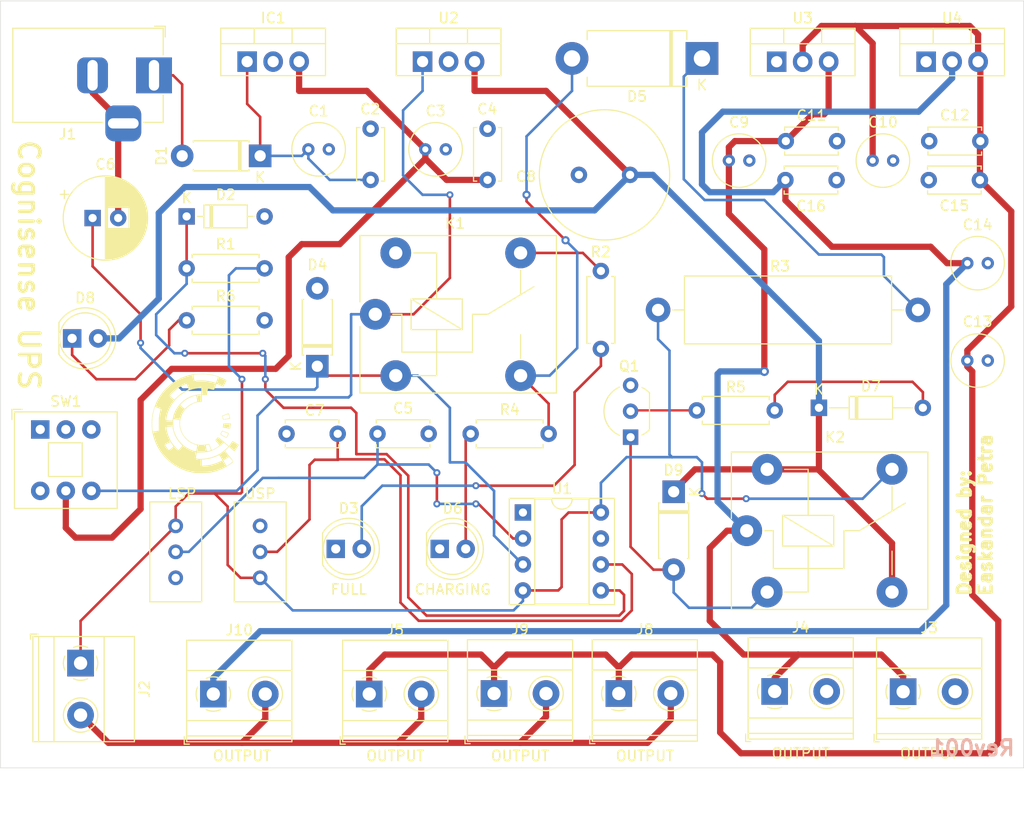
<source format=kicad_pcb>
(kicad_pcb (version 20211014) (generator pcbnew)
  (layers (0 "F.Cu" signal) (31 "B.Cu" signal) (34 "B.Paste" user) (35 "F.Paste" user) (36 "B.SilkS" user "B.Silkscreen") (37 "F.SilkS" user "F.Silkscreen") (38 "B.Mask" user) (39 "F.Mask" user) (44 "Edge.Cuts" user))
  (net 0 "")
  (net 1 "Net-(C1-Pad1)")
  (net 2 "GND")
  (net 3 "+15V")
  (net 4 "Net-(C5-Pad1)")
  (net 5 "Net-(C7-Pad2)")
  (net 6 "+12V")
  (net 7 "12V")
  (net 8 "+5V")
  (net 9 "+3V3")
  (net 10 "Net-(D1-Pad2)")
  (net 11 "Net-(D2-Pad1)")
  (net 12 "Net-(D3-Pad2)")
  (net 13 "Net-(D5-Pad1)")
  (net 14 "Net-(D5-Pad2)")
  (net 15 "Net-(D6-Pad2)")
  (net 16 "Net-(D7-Pad2)")
  (net 17 "Net-(D8-Pad1)")
  (net 18 "Net-(D9-Pad2)")
  (net 19 "Net-(Q1-Pad2)")
  (net 20 "Net-(K1-Pad12)")
  (net 21 "Net-(K1-Pad11)")
  (net 27 "Net-(J2-Pad1)")
  (net 28 "Net-(C6-Pad1)")
  (footprint "Capacitor_THT:C_Radial_D5.0mm_H7.0mm_P2.00mm" (layer "F.Cu") (at 115.205 80.645)
    (fp_text reference "C1")
    (fp_text value "100uF")
  )
  (footprint "Capacitor_THT:C_Disc_D5.0mm_W2.5mm_P5.00mm" (layer "F.Cu") (at 121.285 83.632 90)
    (fp_text reference "C2")
    (fp_text value "0.1uF")
  )
  (footprint "Capacitor_THT:C_Radial_D5.0mm_H7.0mm_P2.00mm" (layer "F.Cu") (at 126.635 80.645)
    (fp_text reference "C3")
    (fp_text value "100uF")
  )
  (footprint "Capacitor_THT:C_Disc_D5.0mm_W2.5mm_P5.00mm" (layer "F.Cu") (at 132.715 83.632 90)
    (fp_text reference "C4")
    (fp_text value "0.1uF")
  )
  (footprint "Capacitor_THT:C_Disc_D5.0mm_W2.5mm_P5.00mm" (layer "F.Cu") (at 121.96 108.458)
    (fp_text reference "C5")
    (fp_text value "10nF")
  )
  (footprint "Capacitor_THT:CP_Radial_D8.0mm_P2.50mm" (layer "F.Cu") (at 94.116 87.36)
    (fp_text reference "C6")
    (fp_text value "220uF")
  )
  (footprint "Capacitor_THT:C_Disc_D5.0mm_W2.5mm_P5.00mm" (layer "F.Cu") (at 113.07 108.458)
    (fp_text reference "C7")
    (fp_text value "10nF")
  )
  (footprint "Capacitor_THT:C_Radial_D12.5mm_H25.0mm_P5.00mm" (layer "F.Cu") (at 146.645 83.14 180)
    (fp_text reference "C8")
    (fp_text value "2200uF")
  )
  (footprint "Capacitor_THT:C_Radial_D5.0mm_H7.0mm_P2.00mm" (layer "F.Cu") (at 156.301 81.743)
    (fp_text reference "C9")
    (fp_text value "100uF")
  )
  (footprint "Capacitor_THT:C_Radial_D5.0mm_H7.0mm_P2.00mm" (layer "F.Cu") (at 170.351 81.743)
    (fp_text reference "C10")
    (fp_text value "100uF")
  )
  (footprint "Capacitor_THT:C_Disc_D5.0mm_W2.5mm_P5.00mm" (layer "F.Cu") (at 161.866 79.838)
    (fp_text reference "C11")
    (fp_text value "0.1uF")
  )
  (footprint "Capacitor_THT:C_Disc_D5.0mm_W2.5mm_P5.00mm" (layer "F.Cu") (at 180.876 79.838 180)
    (fp_text reference "C12")
    (fp_text value "0.1uF")
  )
  (footprint "Capacitor_THT:C_Radial_D5.0mm_H7.0mm_P2.00mm" (layer "F.Cu") (at 179.606 101.301)
    (fp_text reference "C13")
    (fp_text value "100uF")
  )
  (footprint "Capacitor_THT:C_Radial_D5.0mm_H7.0mm_P2.00mm" (layer "F.Cu") (at 179.606 91.776)
    (fp_text reference "C14")
    (fp_text value "100uF")
  )
  (footprint "Capacitor_THT:C_Disc_D5.0mm_W2.5mm_P5.00mm" (layer "F.Cu") (at 180.836 83.648 180)
    (fp_text reference "C15")
    (fp_text value "0.1uF")
  )
  (footprint "Capacitor_THT:C_Disc_D5.0mm_W2.5mm_P5.00mm" (layer "F.Cu") (at 161.826 83.648)
    (fp_text reference "C16")
    (fp_text value "0.1uF")
  )
  (footprint "Diode_THT:D_DO-41_SOD81_P7.62mm_Horizontal" (layer "F.Cu") (at 110.49 81.28 180)
    (fp_text reference "D1")
    (fp_text value "1N4007")
  )
  (footprint "Diode_THT:D_DO-35_SOD27_P7.62mm_Horizontal" (layer "F.Cu") (at 103.306 87.204)
    (fp_text reference "D2")
    (fp_text value "BZX55C6V2")
  )
  (footprint "LED_THT:LED_D5.0mm" (layer "F.Cu") (at 117.879 119.716)
    (fp_text reference "D3")
    (fp_text value "FULL")
  )
  (footprint "Diode_THT:D_DO-41_SOD81_P7.62mm_Horizontal" (layer "F.Cu") (at 116.078 101.854 90)
    (fp_text reference "D4")
    (fp_text value "1N4007")
  )
  (footprint "Diode_THT:D_DO-201AD_P12.70mm_Horizontal" (layer "F.Cu") (at 153.67 71.755 180)
    (fp_text reference "D5")
    (fp_text value "1N5822")
  )
  (footprint "LED_THT:LED_D5.0mm" (layer "F.Cu") (at 128.039 119.716)
    (fp_text reference "D6")
    (fp_text value "CHARGING")
  )
  (footprint "Diode_THT:D_DO-35_SOD27_P10.16mm_Horizontal" (layer "F.Cu") (at 165.1 105.918)
    (fp_text reference "D7")
    (fp_text value "ZD 9.1V")
  )
  (footprint "LED_THT:LED_D5.0mm" (layer "F.Cu") (at 92.116 99.132)
    (fp_text reference "D8")
    (fp_text value "POWER")
  )
  (footprint "Diode_THT:D_DO-41_SOD81_P7.62mm_Horizontal" (layer "F.Cu") (at 150.904 114.128 -90)
    (fp_text reference "D9")
    (fp_text value "1N4007")
  )
  (footprint "Package_TO_SOT_THT:TO-220-3_Vertical" (layer "F.Cu") (at 109.22 72.065)
    (fp_text reference "IC1")
    (fp_text value "LM2940CT-15_NOPB")
  )
  (footprint "Connector_BarrelJack:BarrelJack_Horizontal" (layer "F.Cu") (at 100.116 73.406)
    (fp_text reference "J1")
    (fp_text value "Barrel_Jack_Switch")
  )
  (footprint "TerminalBlock_Phoenix:TerminalBlock_Phoenix_MKDS-1,5-2-5.08_1x02_P5.08mm_Horizontal" (layer "F.Cu") (at 92.941 130.887 -90)
    (fp_text reference "J2")
    (fp_text value "BATTERY")
  )
  (footprint "TerminalBlock_Phoenix:TerminalBlock_Phoenix_MKDS-1,5-2-5.08_1x02_P5.08mm_Horizontal" (layer "F.Cu") (at 173.332 133.681)
    (fp_text reference "J3")
    (fp_text value "OUTPUT")
  )
  (footprint "TerminalBlock_Phoenix:TerminalBlock_Phoenix_MKDS-1,5-2-5.08_1x02_P5.08mm_Horizontal" (layer "F.Cu") (at 160.777 133.655)
    (fp_text reference "J4")
    (fp_text value "OUTPUT")
  )
  (footprint "TerminalBlock_Phoenix:TerminalBlock_Phoenix_MKDS-1,5-2-5.08_1x02_P5.08mm_Horizontal" (layer "F.Cu") (at 145.542 133.858)
    (fp_text reference "J8")
    (fp_text value "OUTPUT")
  )
  (footprint "TerminalBlock_Phoenix:TerminalBlock_Phoenix_MKDS-1,5-2-5.08_1x02_P5.08mm_Horizontal" (layer "F.Cu") (at 133.35 133.858)
    (fp_text reference "J9")
    (fp_text value "OUTPUT")
  )
  (footprint "TerminalBlock_Phoenix:TerminalBlock_Phoenix_MKDS-1,5-2-5.08_1x02_P5.08mm_Horizontal" (layer "F.Cu") (at 105.913 133.909)
    (fp_text reference "J10")
    (fp_text value "OUTPUT")
  )
  (footprint "Relay_THT:Relay_SPDT_Finder_36.11" (layer "F.Cu") (at 121.744 96.774)
    (fp_text reference "K1")
    (fp_text value "12VDC")
  )
  (footprint "Relay_THT:Relay_SPDT_Finder_36.11" (layer "F.Cu") (at 158.045 117.938)
    (fp_text reference "K2")
    (fp_text value "12V")
  )
  (footprint "Package_TO_SOT_THT:TO-92_Inline_Wide" (layer "F.Cu") (at 146.692 108.794 90)
    (fp_text reference "Q1")
    (fp_text value "BC547")
  )
  (footprint "Resistor_THT:R_Axial_DIN0207_L6.3mm_D2.5mm_P7.62mm_Horizontal" (layer "F.Cu") (at 103.306 92.284)
    (fp_text reference "R1")
    (fp_text value "1K")
  )
  (footprint "Resistor_THT:R_Axial_DIN0207_L6.3mm_D2.5mm_P7.62mm_Horizontal" (layer "F.Cu") (at 143.792 92.538 -90)
    (fp_text reference "R2")
    (fp_text value "1K")
  )
  (footprint "Resistor_THT:R_Axial_Power_L20.0mm_W6.4mm_P25.40mm" (layer "F.Cu") (at 174.78 96.348 180)
    (fp_text reference "R3")
    (fp_text value "5W3.3R")
  )
  (footprint "Resistor_THT:R_Axial_DIN0207_L6.3mm_D2.5mm_P7.62mm_Horizontal" (layer "F.Cu") (at 131.064 108.458)
    (fp_text reference "R4")
    (fp_text value "1K")
  )
  (footprint "Resistor_THT:R_Axial_DIN0207_L6.3mm_D2.5mm_P7.62mm_Horizontal" (layer "F.Cu") (at 160.782 106.172 180)
    (fp_text reference "R5")
    (fp_text value "1K")
  )
  (footprint "Resistor_THT:R_Axial_DIN0207_L6.3mm_D2.5mm_P7.62mm_Horizontal" (layer "F.Cu") (at 103.306 97.364)
    (fp_text reference "R6")
    (fp_text value "1K")
  )
  (footprint "Package_DIP:DIP-8_W7.62mm_Socket" (layer "F.Cu") (at 136.172 116.16)
    (fp_text reference "U1")
    (fp_text value "NE555P")
  )
  (footprint "Package_TO_SOT_THT:TO-220-3_Vertical" (layer "F.Cu") (at 126.365 72.065)
    (fp_text reference "U2")
    (fp_text value "LM2940CT-12_NOPB")
  )
  (footprint "Package_TO_SOT_THT:TO-220-3_Vertical" (layer "F.Cu") (at 160.971 72.077)
    (fp_text reference "U3")
    (fp_text value "AMS1117-5.0")
  )
  (footprint "Package_TO_SOT_THT:TO-220-3_Vertical" (layer "F.Cu") (at 175.576 72.077)
    (fp_text reference "U4")
    (fp_text value "AMS1117-3.3")
  )
  (footprint "Button_Switch_THT:SW_Push_2P2T_Toggle_CK_PVA2xxH1xxxxxxV2" (layer "F.Cu") (at 88.9985 108.0385)
    (fp_text reference "SW1")
    (fp_text value "SW_Push_DPDT")
  )
  (footprint "Potentiometer_THT:Potentiometer_Bourns_3296W_Vertical" (layer "F.Cu") (at 110.49 117.465 90)
    (fp_text reference "USP")
    (fp_text value "20K")
  )
  (footprint "Potentiometer_THT:Potentiometer_Bourns_3296W_Vertical" (layer "F.Cu") (at 102.235 117.465 90)
    (fp_text reference "LSP")
    (fp_text value "20K")
  )
  (footprint "TerminalBlock_Phoenix:TerminalBlock_Phoenix_MKDS-1,5-2-5.08_1x02_P5.08mm_Horizontal" (layer "F.Cu") (at 121.153 133.909)
    (fp_text reference "J5")
    (fp_text value "OUTPUT")
  )
  (footprint "SVTmaker:CS_10mm_FSilk" (layer "F.Cu") (at 104.561228 107.482631)
    (fp_text reference "G***" hide)
    (fp_text value "LOGO" hide)
  )
  (gr_line (start 85.116 66.132) (end 85.116 141.132) (layer "Edge.Cuts") (width 0.05))
  (gr_line (start 85.116 141.132) (end 185.116 141.132) (layer "Edge.Cuts") (width 0.05))
  (gr_line (start 185.116 141.132) (end 185.116 66.132) (layer "Edge.Cuts") (width 0.05))
  (gr_line (start 185.116 66.132) (end 85.116 66.132) (layer "Edge.Cuts") (width 0.05))
  (gr_text "Rev001" (at 180.086 139.192) (layer "B.SilkS") (effects (font (size 1.5 1.5) (thickness 0.3)) (justify mirror)))
  (gr_text "Cognisense UPS" (at 87.884 91.948 270) (layer "F.SilkS") (effects (font (size 2 2) (thickness 0.35))))
  (gr_text "Designed by: \nEaskandar Petra" (at 180.34 124.46 90) (layer "F.SilkS") (effects (font (size 1.27 1.27) (thickness 0.3175)) (justify left)))
  (segment (start 110.49 81.28) (end 110.49 77.47) (width 0.25) (layer "F.Cu") (net 1))
  (segment (start 109.22 76.2) (end 109.22 72.065) (width 0.25) (layer "F.Cu") (net 1))
  (segment (start 110.49 77.47) (end 109.22 76.2) (width 0.25) (layer "F.Cu") (net 1))
  (segment (start 121.285 83.632) (end 117.287 83.632) (width 0.25) (layer "B.Cu") (net 1))
  (segment (start 115.205 81.55) (end 115.205 80.645) (width 0.25) (layer "B.Cu") (net 1))
  (segment (start 117.287 83.632) (end 115.205 81.55) (width 0.25) (layer "B.Cu") (net 1))
  (segment (start 110.49 81.28) (end 114.57 81.28) (width 0.25) (layer "B.Cu") (net 1))
  (segment (start 114.57 81.28) (end 115.205 80.645) (width 0.25) (layer "B.Cu") (net 1))
  (segment (start 138.43 136.144) (end 135.89 138.684) (width 0.6096) (layer "F.Cu") (net 2))
  (segment (start 126.233 136.403) (end 123.952 138.684) (width 0.6096) (layer "F.Cu") (net 2))
  (segment (start 150.622 136.398) (end 148.336 138.684) (width 0.6096) (layer "F.Cu") (net 2))
  (segment (start 110.993 136.403) (end 110.993 133.909) (width 0.6096) (layer "F.Cu") (net 2))
  (segment (start 108.712 138.684) (end 110.993 136.403) (width 0.6096) (layer "F.Cu") (net 2))
  (segment (start 126.233 133.909) (end 126.233 136.403) (width 0.6096) (layer "F.Cu") (net 2))
  (segment (start 96.616 87.36) (end 96.616 78.606) (width 0.6096) (layer "F.Cu") (net 2))
  (segment (start 94.116 75.106) (end 97.116 78.106) (width 0.6096) (layer "F.Cu") (net 2))
  (segment (start 135.89 138.684) (end 123.952 138.684) (width 0.6096) (layer "F.Cu") (net 2))
  (segment (start 96.616 78.606) (end 97.116 78.106) (width 0.6096) (layer "F.Cu") (net 2))
  (segment (start 92.941 135.967) (end 95.658 138.684) (width 0.6096) (layer "F.Cu") (net 2))
  (segment (start 148.336 138.684) (end 135.89 138.684) (width 0.6096) (layer "F.Cu") (net 2))
  (segment (start 138.43 133.858) (end 138.43 136.144) (width 0.6096) (layer "F.Cu") (net 2))
  (segment (start 150.622 133.858) (end 150.622 136.398) (width 0.6096) (layer "F.Cu") (net 2))
  (segment (start 94.116 73.406) (end 94.116 75.106) (width 0.6096) (layer "F.Cu") (net 2))
  (segment (start 123.952 138.684) (end 108.712 138.684) (width 0.6096) (layer "F.Cu") (net 2))
  (segment (start 95.658 138.684) (end 108.712 138.684) (width 0.6096) (layer "F.Cu") (net 2))
  (segment (start 120.92 74.93) (end 114.3 74.93) (width 0.6096) (layer "F.Cu") (net 3))
  (segment (start 96.012 118.618) (end 98.806 115.824) (width 0.6096) (layer "F.Cu") (net 3))
  (segment (start 118.269 89.916) (end 126.635 81.55) (width 0.6096) (layer "F.Cu") (net 3))
  (segment (start 98.806 105.156) (end 101.854 102.108) (width 0.6096) (layer "F.Cu") (net 3))
  (segment (start 92.456 118.618) (end 96.012 118.618) (width 0.6096) (layer "F.Cu") (net 3))
  (segment (start 101.854 102.108) (end 112.014 102.108) (width 0.6096) (layer "F.Cu") (net 3))
  (segment (start 114.554 89.916) (end 118.269 89.916) (width 0.6096) (layer "F.Cu") (net 3))
  (segment (start 126.635 81.55) (end 126.635 80.645) (width 0.6096) (layer "F.Cu") (net 3))
  (segment (start 128.717 83.632) (end 126.635 81.55) (width 0.6096) (layer "F.Cu") (net 3))
  (segment (start 91.4985 114.0385) (end 91.4985 117.6605) (width 0.6096) (layer "F.Cu") (net 3))
  (segment (start 113.284 100.838) (end 113.284 91.186) (width 0.6096) (layer "F.Cu") (net 3))
  (segment (start 132.715 83.632) (end 128.717 83.632) (width 0.6096) (layer "F.Cu") (net 3))
  (segment (start 91.4985 117.6605) (end 92.456 118.618) (width 0.6096) (layer "F.Cu") (net 3))
  (segment (start 126.635 80.645) (end 120.92 74.93) (width 0.6096) (layer "F.Cu") (net 3))
  (segment (start 112.014 102.108) (end 113.284 100.838) (width 0.6096) (layer "F.Cu") (net 3))
  (segment (start 98.806 115.824) (end 98.806 105.156) (width 0.6096) (layer "F.Cu") (net 3))
  (segment (start 114.3 74.93) (end 114.3 72.065) (width 0.6096) (layer "F.Cu") (net 3))
  (segment (start 113.284 91.186) (end 114.554 89.916) (width 0.6096) (layer "F.Cu") (net 3))
  (segment (start 131.572 115.316) (end 131.826 115.316) (width 0.254) (layer "F.Cu") (net 4))
  (segment (start 135.21 118.7) (end 136.172 118.7) (width 0.254) (layer "F.Cu") (net 4))
  (segment (start 127.762 112.268) (end 127.762 115.316) (width 0.254) (layer "F.Cu") (net 4))
  (segment (start 131.826 115.316) (end 135.21 118.7) (width 0.254) (layer "F.Cu") (net 4))
  (via (at 127.762 112.268) (size 0.6858) (drill 0.3302) (layers "F.Cu" "B.Cu") (net 4))
  (via (at 127.762 115.316) (size 0.6858) (drill 0.3302) (layers "F.Cu" "B.Cu") (net 4))
  (via (at 131.572 115.316) (size 0.6858) (drill 0.3302) (layers "F.Cu" "B.Cu") (net 4))
  (segment (start 121.96 111.466) (end 126.96 111.466) (width 0.254) (layer "B.Cu") (net 4))
  (segment (start 126.96 111.466) (end 127.762 112.268) (width 0.254) (layer "B.Cu") (net 4))
  (segment (start 110.744 112.776) (end 112.268 112.776) (width 0.25) (layer "B.Cu") (net 4))
  (segment (start 127.762 115.316) (end 131.572 115.316) (width 0.254) (layer "B.Cu") (net 4))
  (segment (start 121.96 111.466) (end 121.96 108.458) (width 0.254) (layer "B.Cu") (net 4))
  (segment (start 120.65 112.776) (end 121.96 111.466) (width 0.254) (layer "B.Cu") (net 4))
  (segment (start 112.268 112.776) (end 120.65 112.776) (width 0.254) (layer "B.Cu") (net 4))
  (segment (start 102.235 120.005) (end 103.515 120.005) (width 0.25) (layer "B.Cu") (net 4))
  (segment (start 103.515 120.005) (end 110.744 112.776) (width 0.25) (layer "B.Cu") (net 4))
  (segment (start 115.316 111.506) (end 115.824 110.998) (width 0.254) (layer "F.Cu") (net 5))
  (segment (start 118.07 110.958) (end 122.642 110.958) (width 0.254) (layer "F.Cu") (net 5))
  (segment (start 124.206 112.522) (end 124.206 124.968) (width 0.254) (layer "F.Cu") (net 5))
  (segment (start 118.11 110.998) (end 118.07 110.958) (width 0.254) (layer "F.Cu") (net 5))
  (segment (start 125.984 126.746) (end 145.796 126.746) (width 0.254) (layer "F.Cu") (net 5))
  (segment (start 145.796 126.746) (end 146.812 125.73) (width 0.254) (layer "F.Cu") (net 5))
  (segment (start 146.812 125.73) (end 146.812 122.174) (width 0.254) (layer "F.Cu") (net 5))
  (segment (start 124.206 124.968) (end 125.984 126.746) (width 0.254) (layer "F.Cu") (net 5))
  (segment (start 112.151 120.005) (end 110.49 120.005) (width 0.254) (layer "F.Cu") (net 5))
  (segment (start 145.878 121.24) (end 143.792 121.24) (width 0.254) (layer "F.Cu") (net 5))
  (segment (start 146.812 122.174) (end 145.878 121.24) (width 0.254) (layer "F.Cu") (net 5))
  (segment (start 122.642 110.958) (end 124.206 112.522) (width 0.254) (layer "F.Cu") (net 5))
  (segment (start 118.07 110.958) (end 118.07 108.458) (width 0.254) (layer "F.Cu") (net 5))
  (segment (start 115.316 116.84) (end 115.316 111.506) (width 0.254) (layer "F.Cu") (net 5))
  (segment (start 115.316 116.84) (end 112.151 120.005) (width 0.254) (layer "F.Cu") (net 5))
  (segment (start 115.824 110.998) (end 118.11 110.998) (width 0.254) (layer "F.Cu") (net 5))
  (segment (start 172.245 123.938) (end 172.245 119.159) (width 0.6096) (layer "F.Cu") (net 6))
  (segment (start 138.435 74.93) (end 131.445 74.93) (width 0.6096) (layer "F.Cu") (net 6))
  (segment (start 165.1 111.862) (end 165.1 105.918) (width 0.6096) (layer "F.Cu") (net 6))
  (segment (start 165.024 111.938) (end 160.045 111.938) (width 0.6096) (layer "F.Cu") (net 6))
  (segment (start 172.245 119.159) (end 165.024 111.938) (width 0.6096) (layer "F.Cu") (net 6))
  (segment (start 152.984 111.938) (end 160.045 111.938) (width 0.6096) (layer "F.Cu") (net 6))
  (segment (start 146.645 83.14) (end 138.435 74.93) (width 0.6096) (layer "F.Cu") (net 6))
  (segment (start 131.445 74.93) (end 131.445 72.065) (width 0.6096) (layer "F.Cu") (net 6))
  (segment (start 150.904 114.128) (end 150.904 114.018) (width 0.6096) (layer "F.Cu") (net 6))
  (segment (start 165.024 111.938) (end 165.1 111.862) (width 0.6096) (layer "F.Cu") (net 6))
  (segment (start 150.904 114.018) (end 152.984 111.938) (width 0.6096) (layer "F.Cu") (net 6))
  (segment (start 165.1 105.918) (end 165.1 99.368) (width 0.6096) (layer "B.Cu") (net 6))
  (segment (start 100.584 95.25) (end 100.584 86.868) (width 0.6096) (layer "B.Cu") (net 6))
  (segment (start 100.584 86.868) (end 103.124 84.328) (width 0.6096) (layer "B.Cu") (net 6))
  (segment (start 117.602 86.614) (end 143.171 86.614) (width 0.6096) (layer "B.Cu") (net 6))
  (segment (start 115.316 84.328) (end 117.602 86.614) (width 0.6096) (layer "B.Cu") (net 6))
  (segment (start 103.124 84.328) (end 115.316 84.328) (width 0.6096) (layer "B.Cu") (net 6))
  (segment (start 143.171 86.614) (end 146.645 83.14) (width 0.6096) (layer "B.Cu") (net 6))
  (segment (start 165.1 99.368) (end 148.872 83.14) (width 0.6096) (layer "B.Cu") (net 6))
  (segment (start 96.702 99.132) (end 100.584 95.25) (width 0.6096) (layer "B.Cu") (net 6))
  (segment (start 148.872 83.14) (end 146.645 83.14) (width 0.6096) (layer "B.Cu") (net 6))
  (segment (start 94.656 99.132) (end 96.702 99.132) (width 0.6096) (layer "B.Cu") (net 6))
  (segment (start 166.051 76.773) (end 166.051 72.077) (width 0.6096) (layer "F.Cu") (net 7))
  (segment (start 156.128 117.938) (end 158.045 117.938) (width 0.6096) (layer "F.Cu") (net 7))
  (segment (start 164.488 77.216) (end 165.608 77.216) (width 0.6096) (layer "F.Cu") (net 7))
  (segment (start 159.766 90.424) (end 156.301 86.959) (width 0.6096) (layer "F.Cu") (net 7))
  (segment (start 173.332 132.184) (end 173.332 133.681) (width 0.6096) (layer "F.Cu") (net 7))
  (segment (start 156.301 86.959) (end 156.301 81.743) (width 0.6096) (layer "F.Cu") (net 7))
  (segment (start 154.432 126.746) (end 154.432 119.634) (width 0.6096) (layer "F.Cu") (net 7))
  (segment (start 161.866 79.838) (end 164.488 77.216) (width 0.6096) (layer "F.Cu") (net 7))
  (segment (start 165.608 77.216) (end 166.051 76.773) (width 0.6096) (layer "F.Cu") (net 7))
  (segment (start 159.766 102.362) (end 159.766 90.424) (width 0.6096) (layer "F.Cu") (net 7))
  (segment (start 154.432 119.634) (end 156.128 117.938) (width 0.6096) (layer "F.Cu") (net 7))
  (segment (start 160.777 133.655) (end 160.777 132.339) (width 0.6096) (layer "F.Cu") (net 7))
  (segment (start 156.301 81.743) (end 156.301 80.427) (width 0.6096) (layer "F.Cu") (net 7))
  (segment (start 157.734 130.048) (end 154.432 126.746) (width 0.6096) (layer "F.Cu") (net 7))
  (segment (start 163.068 130.048) (end 157.734 130.048) (width 0.6096) (layer "F.Cu") (net 7))
  (segment (start 156.89 79.838) (end 161.866 79.838) (width 0.6096) (layer "F.Cu") (net 7))
  (segment (start 156.301 80.427) (end 156.89 79.838) (width 0.6096) (layer "F.Cu") (net 7))
  (segment (start 163.068 130.048) (end 171.196 130.048) (width 0.6096) (layer "F.Cu") (net 7))
  (segment (start 160.777 132.339) (end 163.068 130.048) (width 0.6096) (layer "F.Cu") (net 7))
  (segment (start 171.196 130.048) (end 173.332 132.184) (width 0.6096) (layer "F.Cu") (net 7))
  (via (at 159.766 102.362) (size 0.889) (drill 0.4572) (layers "F.Cu" "B.Cu") (net 7))
  (segment (start 158.045 117.938) (end 155.194 115.087) (width 0.6096) (layer "B.Cu") (net 7))
  (segment (start 155.448 102.362) (end 159.766 102.362) (width 0.6096) (layer "B.Cu") (net 7))
  (segment (start 155.194 115.087) (end 155.194 102.616) (width 0.6096) (layer "B.Cu") (net 7))
  (segment (start 155.194 102.616) (end 155.448 102.362) (width 0.6096) (layer "B.Cu") (net 7))
  (segment (start 163.511 72.077) (end 163.511 70.423) (width 0.6096) (layer "F.Cu") (net 8))
  (segment (start 163.511 70.423) (end 165.354 68.58) (width 0.6096) (layer "F.Cu") (net 8))
  (segment (start 183.896 86.708) (end 180.836 83.648) (width 0.6096) (layer "F.Cu") (net 8))
  (segment (start 165.354 68.58) (end 168.656 68.58) (width 0.6096) (layer "F.Cu") (net 8))
  (segment (start 155.448 137.668) (end 157.48 139.7) (width 0.6096) (layer "F.Cu") (net 8))
  (segment (start 132.08 130.048) (end 133.35 131.318) (width 0.6096) (layer "F.Cu") (net 8))
  (segment (start 133.35 131.318) (end 133.35 133.858) (width 0.6096) (layer "F.Cu") (net 8))
  (segment (start 180.876 79.838) (end 180.876 72.297) (width 0.6096) (layer "F.Cu") (net 8))
  (segment (start 133.35 131.318) (end 134.62 130.048) (width 0.6096) (layer "F.Cu") (net 8))
  (segment (start 170.351 70.275) (end 170.351 81.743) (width 0.6096) (layer "F.Cu") (net 8))
  (segment (start 154.686 130.048) (end 155.448 130.81) (width 0.6096) (layer "F.Cu") (net 8))
  (segment (start 179.606 101.301) (end 179.606 100.302) (width 0.6096) (layer "F.Cu") (net 8))
  (segment (start 155.448 130.81) (end 155.448 137.668) (width 0.6096) (layer "F.Cu") (net 8))
  (segment (start 181.61 139.7) (end 182.626 138.684) (width 0.6096) (layer "F.Cu") (net 8))
  (segment (start 179.606 100.302) (end 183.896 96.012) (width 0.6096) (layer "F.Cu") (net 8))
  (segment (start 168.656 68.58) (end 179.832 68.58) (width 0.6096) (layer "F.Cu") (net 8))
  (segment (start 145.542 131.318) (end 145.542 133.858) (width 0.6096) (layer "F.Cu") (net 8))
  (segment (start 180.836 79.878) (end 180.876 79.838) (width 0.6096) (layer "F.Cu") (net 8))
  (segment (start 180.876 72.297) (end 180.656 72.077) (width 0.6096) (layer "F.Cu") (net 8))
  (segment (start 122.682 130.048) (end 132.08 130.048) (width 0.6096) (layer "F.Cu") (net 8))
  (segment (start 180.656 69.404) (end 180.656 72.077) (width 0.6096) (layer "F.Cu") (net 8))
  (segment (start 182.626 126.746) (end 180.086 124.206) (width 0.6096) (layer "F.Cu") (net 8))
  (segment (start 144.272 130.048) (end 145.542 131.318) (width 0.6096) (layer "F.Cu") (net 8))
  (segment (start 179.832 68.58) (end 180.656 69.404) (width 0.6096) (layer "F.Cu") (net 8))
  (segment (start 168.656 68.58) (end 170.351 70.275) (width 0.6096) (layer "F.Cu") (net 8))
  (segment (start 134.62 130.048) (end 144.272 130.048) (width 0.6096) (layer "F.Cu") (net 8))
  (segment (start 180.086 102.362) (end 179.606 101.882) (width 0.6096) (layer "F.Cu") (net 8))
  (segment (start 180.086 124.206) (end 180.086 102.362) (width 0.6096) (layer "F.Cu") (net 8))
  (segment (start 157.48 139.7) (end 181.61 139.7) (width 0.6096) (layer "F.Cu") (net 8))
  (segment (start 180.836 83.648) (end 180.836 79.878) (width 0.6096) (layer "F.Cu") (net 8))
  (segment (start 183.896 96.012) (end 183.896 86.708) (width 0.6096) (layer "F.Cu") (net 8))
  (segment (start 121.153 133.909) (end 121.153 131.577) (width 0.6096) (layer "F.Cu") (net 8))
  (segment (start 182.626 138.684) (end 182.626 126.746) (width 0.6096) (layer "F.Cu") (net 8))
  (segment (start 179.606 101.882) (end 179.606 101.301) (width 0.6096) (layer "F.Cu") (net 8))
  (segment (start 121.153 131.577) (end 122.682 130.048) (width 0.6096) (layer "F.Cu") (net 8))
  (segment (start 146.812 130.048) (end 154.686 130.048) (width 0.6096) (layer "F.Cu") (net 8))
  (segment (start 145.542 131.318) (end 146.812 130.048) (width 0.6096) (layer "F.Cu") (net 8))
  (segment (start 161.826 85.626) (end 166.37 90.17) (width 0.6096) (layer "F.Cu") (net 9))
  (segment (start 177.628 91.776) (end 179.606 91.776) (width 0.6096) (layer "F.Cu") (net 9))
  (segment (start 176.022 90.17) (end 177.628 91.776) (width 0.6096) (layer "F.Cu") (net 9))
  (segment (start 161.826 83.648) (end 161.826 85.626) (width 0.6096) (layer "F.Cu") (net 9))
  (segment (start 166.37 90.17) (end 176.022 90.17) (width 0.6096) (layer "F.Cu") (net 9))
  (segment (start 153.67 84.074) (end 154.432 84.836) (width 0.6096) (layer "B.Cu") (net 9))
  (segment (start 110.49 127.762) (end 175.006 127.762) (width 0.6096) (layer "B.Cu") (net 9))
  (segment (start 105.913 133.909) (end 105.913 132.339) (width 0.6096) (layer "B.Cu") (net 9))
  (segment (start 178.116 73.6866) (end 174.8406 76.962) (width 0.6096) (layer "B.Cu") (net 9))
  (segment (start 175.006 127.762) (end 177.546 125.222) (width 0.6096) (layer "B.Cu") (net 9))
  (segment (start 160.638 84.836) (end 161.826 83.648) (width 0.6096) (layer "B.Cu") (net 9))
  (segment (start 177.546 93.836) (end 179.606 91.776) (width 0.6096) (layer "B.Cu") (net 9))
  (segment (start 174.8406 76.962) (end 155.702 76.962) (width 0.6096) (layer "B.Cu") (net 9))
  (segment (start 153.67 78.994) (end 153.67 84.074) (width 0.6096) (layer "B.Cu") (net 9))
  (segment (start 155.702 76.962) (end 153.67 78.994) (width 0.6096) (layer "B.Cu") (net 9))
  (segment (start 105.913 132.339) (end 110.49 127.762) (width 0.6096) (layer "B.Cu") (net 9))
  (segment (start 154.432 84.836) (end 160.638 84.836) (width 0.6096) (layer "B.Cu") (net 9))
  (segment (start 178.116 72.077) (end 178.116 73.6866) (width 0.6096) (layer "B.Cu") (net 9))
  (segment (start 177.546 125.222) (end 177.546 93.836) (width 0.6096) (layer "B.Cu") (net 9))
  (segment (start 100.116 73.406) (end 101.981 73.406) (width 0.25) (layer "F.Cu") (net 10))
  (segment (start 101.981 73.406) (end 102.87 74.295) (width 0.25) (layer "F.Cu") (net 10))
  (segment (start 102.87 74.295) (end 102.87 81.28) (width 0.25) (layer "F.Cu") (net 10))
  (segment (start 146.05 125.774258) (end 145.945129 125.879129) (width 0.254) (layer "F.Cu") (net 11))
  (segment (start 119.888 110.45048) (end 119.888 106.426) (width 0.254) (layer "F.Cu") (net 11))
  (segment (start 119.38 105.918) (end 112.776 105.918) (width 0.254) (layer "F.Cu") (net 11))
  (segment (start 110.998 104.14) (end 110.998 103.124) (width 0.254) (layer "F.Cu") (net 11))
  (segment (start 122.852222 110.45048) (end 119.888 110.45048) (width 0.254) (layer "F.Cu") (net 11))
  (segment (start 119.888 106.426) (end 119.38 105.918) (width 0.254) (layer "F.Cu") (net 11))
  (segment (start 145.624 123.78) (end 146.05 124.206) (width 0.254) (layer "F.Cu") (net 11))
  (segment (start 143.792 123.78) (end 145.624 123.78) (width 0.254) (layer "F.Cu") (net 11))
  (segment (start 146.05 124.206) (end 146.05 125.774258) (width 0.254) (layer "F.Cu") (net 11))
  (segment (start 103.306 92.284) (end 103.306 87.204) (width 0.254) (layer "F.Cu") (net 11))
  (segment (start 112.776 105.918) (end 110.998 104.14) (width 0.254) (layer "F.Cu") (net 11))
  (segment (start 145.945129 125.879129) (end 145.586258 126.238) (width 0.254) (layer "F.Cu") (net 11))
  (segment (start 110.744 100.584) (end 103.124 100.584) (width 0.254) (layer "F.Cu") (net 11))
  (segment (start 124.968 112.566258) (end 122.852222 110.45048) (width 0.254) (layer "F.Cu") (net 11))
  (segment (start 145.586258 126.238) (end 126.746 126.238) (width 0.254) (layer "F.Cu") (net 11))
  (segment (start 126.746 126.238) (end 124.968 124.46) (width 0.254) (layer "F.Cu") (net 11))
  (segment (start 124.968 124.46) (end 124.968 112.566258) (width 0.254) (layer "F.Cu") (net 11))
  (via (at 110.744 100.584) (size 0.6858) (drill 0.3302) (layers "F.Cu" "B.Cu") (net 11))
  (via (at 103.124 100.584) (size 0.6858) (drill 0.3302) (layers "F.Cu" "B.Cu") (net 11))
  (via (at 110.998 103.124) (size 0.6858) (drill 0.3302) (layers "F.Cu" "B.Cu") (net 11))
  (segment (start 102.108 100.584) (end 100.33 98.806) (width 0.254) (layer "B.Cu") (net 11))
  (segment (start 100.33 98.806) (end 100.33 96.774) (width 0.254) (layer "B.Cu") (net 11))
  (segment (start 103.124 100.584) (end 102.108 100.584) (width 0.254) (layer "B.Cu") (net 11))
  (segment (start 110.998 103.124) (end 110.998 100.838) (width 0.254) (layer "B.Cu") (net 11))
  (segment (start 103.306 93.798) (end 103.306 92.284) (width 0.254) (layer "B.Cu") (net 11))
  (segment (start 110.998 100.838) (end 110.744 100.584) (width 0.254) (layer "B.Cu") (net 11))
  (segment (start 100.33 96.774) (end 103.306 93.798) (width 0.254) (layer "B.Cu") (net 11))
  (segment (start 141.478 104.14) (end 141.224 104.394) (width 0.254) (layer "F.Cu") (net 12))
  (segment (start 139.192 113.538) (end 131.572 113.538) (width 0.254) (layer "F.Cu") (net 12))
  (segment (start 143.792 100.158) (end 143.792 101.826) (width 0.254) (layer "F.Cu") (net 12))
  (segment (start 141.224 111.506) (end 139.192 113.538) (width 0.254) (layer "F.Cu") (net 12))
  (segment (start 141.224 104.394) (end 141.224 111.506) (width 0.254) (layer "F.Cu") (net 12))
  (segment (start 143.792 101.826) (end 141.478 104.14) (width 0.254) (layer "F.Cu") (net 12))
  (via (at 131.572 113.538) (size 0.6858) (drill 0.3302) (layers "F.Cu" "B.Cu") (net 12))
  (segment (start 131.572 113.538) (end 122.428 113.538) (width 0.254) (layer "B.Cu") (net 12))
  (segment (start 120.419 115.547) (end 120.419 119.716) (width 0.254) (layer "B.Cu") (net 12))
  (segment (start 122.428 113.538) (end 120.419 115.547) (width 0.254) (layer "B.Cu") (net 12))
  (segment (start 151.892 83.566) (end 151.892 73.533) (width 0.254) (layer "B.Cu") (net 13))
  (segment (start 151.892 73.533) (end 153.67 71.755) (width 0.254) (layer "B.Cu") (net 13))
  (segment (start 171.45 93.018) (end 171.45 91.186) (width 0.254) (layer "B.Cu") (net 13))
  (segment (start 153.924 85.598) (end 151.892 83.566) (width 0.254) (layer "B.Cu") (net 13))
  (segment (start 174.78 96.348) (end 171.45 93.018) (width 0.254) (layer "B.Cu") (net 13))
  (segment (start 159.766 85.598) (end 153.924 85.598) (width 0.254) (layer "B.Cu") (net 13))
  (segment (start 171.196 90.932) (end 165.1 90.932) (width 0.254) (layer "B.Cu") (net 13))
  (segment (start 171.45 91.186) (end 171.196 90.932) (width 0.254) (layer "B.Cu") (net 13))
  (segment (start 165.1 90.932) (end 159.766 85.598) (width 0.254) (layer "B.Cu") (net 13))
  (segment (start 136.525 85.725) (end 139.065 88.265) (width 0.25) (layer "F.Cu") (net 14))
  (segment (start 138.684 105.514) (end 135.944 102.774) (width 0.254) (layer "F.Cu") (net 14))
  (segment (start 139.065 88.265) (end 140.335 89.535) (width 0.25) (layer "F.Cu") (net 14))
  (segment (start 138.684 108.458) (end 138.684 105.514) (width 0.254) (layer "F.Cu") (net 14))
  (segment (start 136.525 85.09) (end 136.525 85.725) (width 0.25) (layer "F.Cu") (net 14))
  (via (at 136.525 85.09) (size 0.8) (drill 0.4) (layers "F.Cu" "B.Cu") (net 14))
  (via (at 140.335 89.535) (size 0.8) (drill 0.4) (layers "F.Cu" "B.Cu") (net 14))
  (segment (start 140.97 74.93) (end 136.525 79.375) (width 0.25) (layer "B.Cu") (net 14))
  (segment (start 138.78 102.774) (end 141.478 100.076) (width 0.254) (layer "B.Cu") (net 14))
  (segment (start 135.944 102.774) (end 138.78 102.774) (width 0.254) (layer "B.Cu") (net 14))
  (segment (start 140.97 71.755) (end 140.97 74.93) (width 0.25) (layer "B.Cu") (net 14))
  (segment (start 141.478 90.678) (end 141.478 100.076) (width 0.25) (layer "B.Cu") (net 14))
  (segment (start 136.525 79.375) (end 136.525 85.09) (width 0.25) (layer "B.Cu") (net 14))
  (segment (start 140.335 89.535) (end 141.478 90.678) (width 0.25) (layer "B.Cu") (net 14))
  (segment (start 130.579 119.716) (end 130.579 108.943) (width 0.254) (layer "F.Cu") (net 15))
  (segment (start 130.579 108.943) (end 131.064 108.458) (width 0.254) (layer "F.Cu") (net 15))
  (segment (start 175.26 105.918) (end 175.26 104.394) (width 0.254) (layer "F.Cu") (net 16))
  (segment (start 174.244 103.378) (end 162.052 103.378) (width 0.254) (layer "F.Cu") (net 16))
  (segment (start 160.782 104.648) (end 160.782 106.172) (width 0.254) (layer "F.Cu") (net 16))
  (segment (start 175.26 104.394) (end 174.244 103.378) (width 0.254) (layer "F.Cu") (net 16))
  (segment (start 162.052 103.378) (end 160.782 104.648) (width 0.254) (layer "F.Cu") (net 16))
  (segment (start 92.116 100.752) (end 94.488 103.124) (width 0.254) (layer "F.Cu") (net 17))
  (segment (start 101.6 98.298) (end 102.534 97.364) (width 0.254) (layer "F.Cu") (net 17))
  (segment (start 92.116 99.132) (end 92.116 100.752) (width 0.254) (layer "F.Cu") (net 17))
  (segment (start 101.6 99.822) (end 101.6 98.298) (width 0.254) (layer "F.Cu") (net 17))
  (segment (start 102.534 97.364) (end 103.306 97.364) (width 0.254) (layer "F.Cu") (net 17))
  (segment (start 98.298 103.124) (end 101.6 99.822) (width 0.254) (layer "F.Cu") (net 17))
  (segment (start 94.488 103.124) (end 98.298 103.124) (width 0.254) (layer "F.Cu") (net 17))
  (segment (start 146.692 119.514) (end 146.692 108.794) (width 0.254) (layer "F.Cu") (net 18))
  (segment (start 146.692 119.514) (end 148.926 121.748) (width 0.254) (layer "F.Cu") (net 18))
  (segment (start 148.926 121.748) (end 150.904 121.748) (width 0.254) (layer "F.Cu") (net 18))
  (segment (start 160.045 123.938) (end 158.507 125.476) (width 0.254) (layer "B.Cu") (net 18))
  (segment (start 150.904 123.98) (end 150.904 121.748) (width 0.254) (layer "B.Cu") (net 18))
  (segment (start 152.4 125.476) (end 150.904 123.98) (width 0.254) (layer "B.Cu") (net 18))
  (segment (start 158.507 125.476) (end 152.4 125.476) (width 0.254) (layer "B.Cu") (net 18))
  (segment (start 146.774 106.172) (end 146.692 106.254) (width 0.22) (layer "F.Cu") (net 19))
  (segment (start 153.162 106.172) (end 146.774 106.172) (width 0.22) (layer "F.Cu") (net 19))
  (segment (start 135.944 90.774) (end 142.028 90.774) (width 0.254) (layer "F.Cu") (net 20))
  (segment (start 142.028 90.774) (end 143.792 92.538) (width 0.254) (layer "F.Cu") (net 20))
  (segment (start 121.744 96.774) (end 125.476 96.774) (width 0.254) (layer "F.Cu") (net 21))
  (segment (start 129.032 93.218) (end 129.032 85.09) (width 0.254) (layer "F.Cu") (net 21))
  (segment (start 125.476 96.774) (end 129.032 93.218) (width 0.254) (layer "F.Cu") (net 21))
  (via (at 129.032 85.09) (size 0.6858) (drill 0.3302) (layers "F.Cu" "B.Cu") (net 21))
  (segment (start 93.9985 114.0385) (end 108.2115 114.0385) (width 0.254) (layer "B.Cu") (net 21))
  (segment (start 126.365 74.93) (end 124.46 76.835) (width 0.25) (layer "B.Cu") (net 21))
  (segment (start 124.46 83.185) (end 126.365 85.09) (width 0.25) (layer "B.Cu") (net 21))
  (segment (start 124.46 76.835) (end 124.46 83.185) (width 0.25) (layer "B.Cu") (net 21))
  (segment (start 110.236 112.014) (end 110.236 106.68) (width 0.254) (layer "B.Cu") (net 21))
  (segment (start 112.014 104.902) (end 119.126 104.902) (width 0.254) (layer "B.Cu") (net 21))
  (segment (start 108.2115 114.0385) (end 110.236 112.014) (width 0.254) (layer "B.Cu") (net 21))
  (segment (start 119.38 104.648) (end 119.38 96.774) (width 0.254) (layer "B.Cu") (net 21))
  (segment (start 110.236 106.68) (end 112.014 104.902) (width 0.254) (layer "B.Cu") (net 21))
  (segment (start 119.38 96.774) (end 121.744 96.774) (width 0.254) (layer "B.Cu") (net 21))
  (segment (start 126.365 85.09) (end 129.032 85.09) (width 0.25) (layer "B.Cu") (net 21))
  (segment (start 119.126 104.902) (end 119.38 104.648) (width 0.254) (layer "B.Cu") (net 21))
  (segment (start 126.365 72.065) (end 126.365 74.93) (width 0.25) (layer "B.Cu") (net 21))
  (segment (start 92.941 130.887) (end 92.941 126.759) (width 0.25) (layer "F.Cu") (net 27))
  (segment (start 140.634 116.16) (end 143.792 116.16) (width 0.254) (layer "F.Cu") (net 27))
  (segment (start 108.585 114.3) (end 108.712 114.173) (width 0.25) (layer "F.Cu") (net 27))
  (segment (start 108.712 114.173) (end 108.712 113.772) (width 0.25) (layer "F.Cu") (net 27))
  (segment (start 108.712 103.124) (end 108.712 113.772) (width 0.254) (layer "F.Cu") (net 27))
  (segment (start 139.954 123.444) (end 139.954 116.84) (width 0.254) (layer "F.Cu") (net 27))
  (segment (start 139.618 123.78) (end 139.954 123.444) (width 0.254) (layer "F.Cu") (net 27))
  (segment (start 157.988 114.808) (end 154.178 114.808) (width 0.254) (layer "F.Cu") (net 27))
  (segment (start 108.575 122.545) (end 110.49 122.545) (width 0.25) (layer "F.Cu") (net 27))
  (segment (start 106.045 114.3) (end 108.585 114.3) (width 0.25) (layer "F.Cu") (net 27))
  (segment (start 107.315 121.285) (end 108.575 122.545) (width 0.25) (layer "F.Cu") (net 27))
  (segment (start 136.172 123.78) (end 139.618 123.78) (width 0.254) (layer "F.Cu") (net 27))
  (segment (start 107.315 115.57) (end 107.315 121.285) (width 0.25) (layer "F.Cu") (net 27))
  (segment (start 139.954 116.84) (end 140.634 116.16) (width 0.254) (layer "F.Cu") (net 27))
  (segment (start 92.941 126.759) (end 102.235 117.465) (width 0.25) (layer "F.Cu") (net 27))
  (segment (start 154.178 114.808) (end 153.67 114.3) (width 0.254) (layer "F.Cu") (net 27))
  (segment (start 103.505 114.3) (end 106.045 114.3) (width 0.25) (layer "F.Cu") (net 27))
  (segment (start 102.235 115.57) (end 103.505 114.3) (width 0.25) (layer "F.Cu") (net 27))
  (segment (start 102.235 117.465) (end 102.235 115.57) (width 0.25) (layer "F.Cu") (net 27))
  (segment (start 106.045 114.3) (end 107.315 115.57) (width 0.25) (layer "F.Cu") (net 27))
  (via (at 153.67 114.3) (size 0.6858) (drill 0.3302) (layers "F.Cu" "B.Cu") (net 27))
  (via (at 157.988 114.808) (size 0.6858) (drill 0.3302) (layers "F.Cu" "B.Cu") (net 27))
  (via (at 108.712 103.124) (size 0.6858) (drill 0.3302) (layers "F.Cu" "B.Cu") (net 27))
  (segment (start 110.49 122.545) (end 113.675 125.73) (width 0.25) (layer "B.Cu") (net 27))
  (segment (start 143.792 113.256) (end 143.792 116.16) (width 0.254) (layer "B.Cu") (net 27))
  (segment (start 135.255 125.73) (end 136.172 124.813) (width 0.25) (layer "B.Cu") (net 27))
  (segment (start 150.495 110.49) (end 150.749 110.744) (width 0.25) (layer "B.Cu") (net 27))
  (segment (start 153.162 110.744) (end 150.749 110.744) (width 0.254) (layer "B.Cu") (net 27))
  (segment (start 107.442 92.964) (end 107.442 101.854) (width 0.254) (layer "B.Cu") (net 27))
  (segment (start 149.38 96.348) (end 149.38 99.215) (width 0.25) (layer "B.Cu") (net 27))
  (segment (start 150.495 100.33) (end 150.495 110.49) (width 0.25) (layer "B.Cu") (net 27))
  (segment (start 113.675 125.73) (end 135.255 125.73) (width 0.25) (layer "B.Cu") (net 27))
  (segment (start 149.38 99.215) (end 150.495 100.33) (width 0.25) (layer "B.Cu") (net 27))
  (segment (start 153.67 111.252) (end 153.162 110.744) (width 0.254) (layer "B.Cu") (net 27))
  (segment (start 110.926 92.284) (end 108.122 92.284) (width 0.254) (layer "B.Cu") (net 27))
  (segment (start 146.304 110.744) (end 143.792 113.256) (width 0.254) (layer "B.Cu") (net 27))
  (segment (start 169.375 114.808) (end 172.245 111.938) (width 0.254) (layer "B.Cu") (net 27))
  (segment (start 153.67 114.3) (end 153.67 111.252) (width 0.254) (layer "B.Cu") (net 27))
  (segment (start 108.122 92.284) (end 107.442 92.964) (width 0.254) (layer "B.Cu") (net 27))
  (segment (start 150.749 110.744) (end 146.304 110.744) (width 0.254) (layer "B.Cu") (net 27))
  (segment (start 157.988 114.808) (end 169.375 114.808) (width 0.254) (layer "B.Cu") (net 27))
  (segment (start 107.442 101.854) (end 108.712 103.124) (width 0.254) (layer "B.Cu") (net 27))
  (segment (start 136.172 124.813) (end 136.172 123.78) (width 0.25) (layer "B.Cu") (net 27))
  (segment (start 94.116 92.084) (end 94.116 87.36) (width 0.254) (layer "F.Cu") (net 28))
  (segment (start 98.806 96.774) (end 94.116 92.084) (width 0.254) (layer "F.Cu") (net 28))
  (segment (start 98.806 99.568) (end 98.806 96.774) (width 0.254) (layer "F.Cu") (net 28))
  (segment (start 116.998 102.774) (end 116.078 101.854) (width 0.254) (layer "F.Cu") (net 28))
  (segment (start 123.744 102.774) (end 116.998 102.774) (width 0.254) (layer "F.Cu") (net 28))
  (via (at 98.806 99.568) (size 0.6858) (drill 0.3302) (layers "F.Cu" "B.Cu") (net 28))
  (segment (start 130.556 111.252) (end 129.032 111.252) (width 0.254) (layer "B.Cu") (net 28))
  (segment (start 102.87 104.14) (end 99.822 101.092) (width 0.254) (layer "B.Cu") (net 28))
  (segment (start 116.078 101.854) (end 116.078 103.886) (width 0.254) (layer "B.Cu") (net 28))
  (segment (start 136.172 121.24) (end 133.35 118.418) (width 0.254) (layer "B.Cu") (net 28))
  (segment (start 133.35 118.418) (end 133.35 114.046) (width 0.254) (layer "B.Cu") (net 28))
  (segment (start 129.032 111.252) (end 129.032 105.918) (width 0.254) (layer "B.Cu") (net 28))
  (segment (start 129.032 105.918) (end 125.888 102.774) (width 0.254) (layer "B.Cu") (net 28))
  (segment (start 116.078 103.886) (end 115.824 104.14) (width 0.254) (layer "B.Cu") (net 28))
  (segment (start 125.888 102.774) (end 123.744 102.774) (width 0.254) (layer "B.Cu") (net 28))
  (segment (start 133.35 114.046) (end 130.556 111.252) (width 0.254) (layer "B.Cu") (net 28))
  (segment (start 103.632 104.14) (end 102.87 104.14) (width 0.254) (layer "B.Cu") (net 28))
  (segment (start 115.824 104.14) (end 103.632 104.14) (width 0.254) (layer "B.Cu") (net 28))
  (segment (start 98.806 100.076) (end 98.806 99.568) (width 0.254) (layer "B.Cu") (net 28))
  (segment (start 99.822 101.092) (end 98.806 100.076) (width 0.254) (layer "B.Cu") (net 28))
)
</source>
